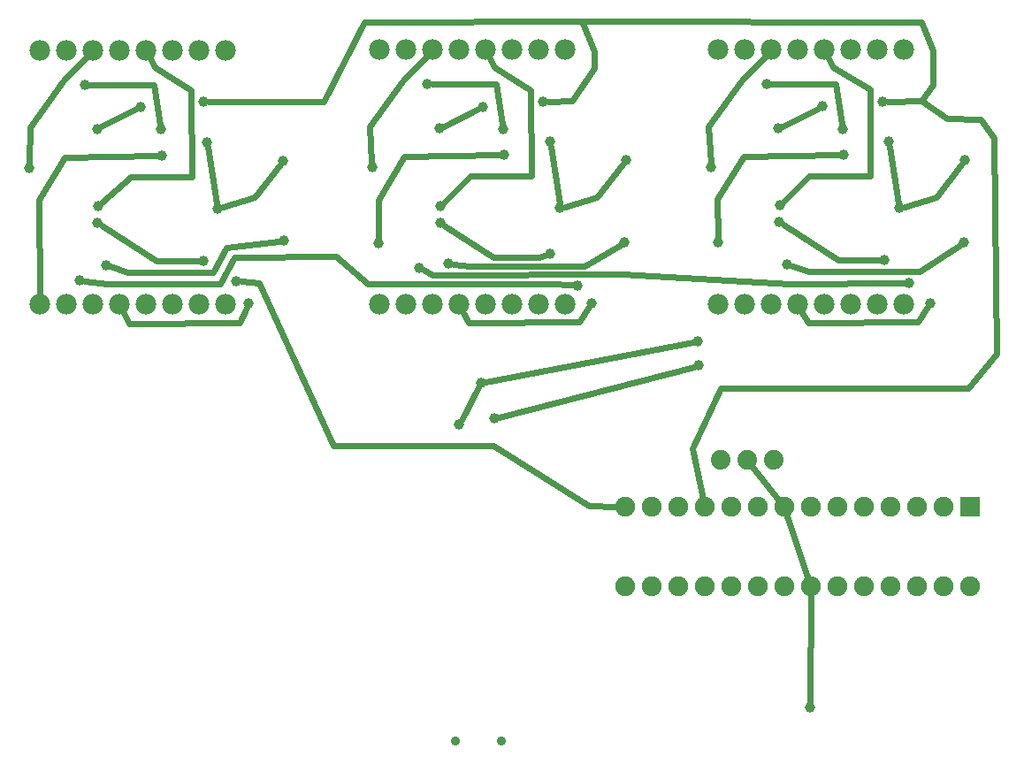
<source format=gbl>
G04 MADE WITH FRITZING*
G04 WWW.FRITZING.ORG*
G04 DOUBLE SIDED*
G04 HOLES PLATED*
G04 CONTOUR ON CENTER OF CONTOUR VECTOR*
%ASAXBY*%
%FSLAX23Y23*%
%MOIN*%
%OFA0B0*%
%SFA1.0B1.0*%
%ADD10C,0.039370*%
%ADD11C,0.075000*%
%ADD12C,0.074000*%
%ADD13C,0.035433*%
%ADD14C,0.078000*%
%ADD15R,0.075000X0.075000*%
%ADD16C,0.024000*%
%LNCOPPER0*%
G90*
G70*
G54D10*
X2641Y1404D03*
X3413Y1604D03*
X3410Y1693D03*
X2510Y1382D03*
X2591Y1538D03*
X1668Y1921D03*
G54D11*
X4434Y1072D03*
X4434Y772D03*
X4334Y1072D03*
X4334Y772D03*
X4234Y1072D03*
X4234Y772D03*
X4134Y1072D03*
X4134Y772D03*
X4034Y1072D03*
X4034Y772D03*
X3934Y1072D03*
X3934Y772D03*
X3834Y1072D03*
X3834Y772D03*
X3734Y1072D03*
X3734Y772D03*
X3634Y1072D03*
X3634Y772D03*
X3534Y1072D03*
X3534Y772D03*
X3434Y1072D03*
X3434Y772D03*
X3334Y1072D03*
X3334Y772D03*
X3234Y1072D03*
X3234Y772D03*
X3134Y1072D03*
X3134Y772D03*
G54D12*
X3596Y1246D03*
X3696Y1246D03*
X3496Y1246D03*
G54D10*
X1080Y1924D03*
X2205Y2065D03*
X3484Y2069D03*
X2956Y1905D03*
X4205Y1914D03*
X2358Y1971D03*
X4106Y2597D03*
X2825Y2597D03*
X1545Y2596D03*
G54D13*
X2496Y187D03*
X2670Y187D03*
G54D10*
X4113Y2000D03*
X2851Y2025D03*
X1544Y1999D03*
X4415Y2376D03*
X3137Y2376D03*
X1845Y2375D03*
X4413Y2067D03*
X3133Y2068D03*
X1847Y2075D03*
X4285Y1839D03*
X3007Y1839D03*
X1716Y1838D03*
X3957Y2397D03*
X2679Y2396D03*
X1388Y2395D03*
X3715Y2143D03*
X2437Y2142D03*
X1145Y2141D03*
X3717Y2206D03*
X2438Y2205D03*
X1147Y2204D03*
X3459Y2350D03*
X2181Y2350D03*
X890Y2349D03*
X3954Y2495D03*
X2675Y2494D03*
X1384Y2493D03*
X3667Y2663D03*
X2388Y2663D03*
X1097Y2662D03*
X3713Y2497D03*
X2435Y2496D03*
X1144Y2495D03*
X3878Y2580D03*
X2600Y2579D03*
X1308Y2578D03*
X4168Y2197D03*
X2890Y2196D03*
X1599Y2195D03*
X4129Y2447D03*
X2851Y2446D03*
X1560Y2445D03*
X3746Y1984D03*
X2470Y1988D03*
X1177Y1982D03*
G54D14*
X4186Y2794D03*
X4086Y2794D03*
X3986Y2794D03*
X3886Y2794D03*
X3786Y2794D03*
X3686Y2794D03*
X3586Y2794D03*
X3486Y2794D03*
X2908Y2793D03*
X2808Y2793D03*
X2708Y2793D03*
X2608Y2793D03*
X2508Y2793D03*
X2408Y2793D03*
X2308Y2793D03*
X2208Y2793D03*
X1628Y2792D03*
X1528Y2792D03*
X1428Y2792D03*
X1328Y2792D03*
X1228Y2792D03*
X1128Y2792D03*
X1028Y2792D03*
X928Y2792D03*
X4186Y1835D03*
X4086Y1835D03*
X3986Y1835D03*
X3886Y1835D03*
X3786Y1835D03*
X3686Y1835D03*
X3586Y1835D03*
X3486Y1835D03*
X2908Y1834D03*
X2808Y1834D03*
X2708Y1834D03*
X2608Y1834D03*
X2508Y1834D03*
X2408Y1834D03*
X2308Y1834D03*
X2208Y1834D03*
X1628Y1833D03*
X1528Y1833D03*
X1428Y1833D03*
X1328Y1833D03*
X1228Y1833D03*
X1128Y1833D03*
X1028Y1833D03*
X928Y1833D03*
G54D10*
X3832Y315D03*
G54D15*
X4434Y1072D03*
G54D16*
X3743Y1045D02*
X3825Y799D01*
D02*
X2659Y1409D02*
X3395Y1599D01*
D02*
X2609Y1541D02*
X3392Y1690D01*
D02*
X2582Y1521D02*
X2519Y1399D01*
D02*
X3388Y1290D02*
X3428Y1100D01*
D02*
X3496Y1518D02*
X3388Y1290D01*
D02*
X4430Y1518D02*
X3496Y1518D01*
D02*
X4535Y1646D02*
X4430Y1518D01*
D02*
X4524Y2460D02*
X4535Y1646D01*
D02*
X4474Y2532D02*
X4524Y2460D01*
D02*
X4349Y2535D02*
X4474Y2532D01*
D02*
X4252Y2601D02*
X4349Y2535D01*
D02*
X3716Y1094D02*
X3613Y1225D01*
D02*
X2638Y1302D02*
X2034Y1302D01*
D02*
X2034Y1302D02*
X1755Y1915D01*
D02*
X2999Y1074D02*
X2638Y1302D01*
D02*
X1755Y1915D02*
X1687Y1920D01*
D02*
X3105Y1072D02*
X2999Y1074D01*
D02*
X2165Y1910D02*
X2046Y2013D01*
D02*
X2046Y2013D02*
X1663Y2011D01*
D02*
X1663Y2011D02*
X1608Y1910D01*
D02*
X1608Y1910D02*
X1183Y1910D01*
D02*
X2847Y1912D02*
X2165Y1910D01*
D02*
X1183Y1910D02*
X1098Y1921D01*
D02*
X2937Y1906D02*
X2847Y1912D01*
D02*
X3756Y1912D02*
X3126Y1946D01*
D02*
X3126Y1946D02*
X2409Y1945D01*
D02*
X2409Y1945D02*
X2374Y1963D01*
D02*
X4186Y1913D02*
X3756Y1912D01*
D02*
X2935Y2600D02*
X3020Y2724D01*
D02*
X3020Y2724D02*
X3017Y2789D01*
D02*
X3017Y2789D02*
X2971Y2900D01*
D02*
X2971Y2900D02*
X2152Y2899D01*
D02*
X2152Y2899D02*
X2000Y2597D01*
D02*
X2000Y2597D02*
X1564Y2596D01*
D02*
X2844Y2598D02*
X2935Y2600D01*
D02*
X4252Y2601D02*
X4125Y2598D01*
D02*
X4296Y2661D02*
X4252Y2601D01*
D02*
X4296Y2790D02*
X4296Y2661D01*
D02*
X4253Y2899D02*
X4296Y2790D01*
D02*
X2971Y2900D02*
X4253Y2899D01*
D02*
X4307Y2237D02*
X4403Y2361D01*
D02*
X3029Y2237D02*
X3125Y2361D01*
D02*
X1738Y2236D02*
X1834Y2360D01*
D02*
X4187Y2202D02*
X4307Y2237D01*
D02*
X2909Y2201D02*
X3029Y2237D01*
D02*
X1617Y2200D02*
X1738Y2236D01*
D02*
X4239Y1767D02*
X3824Y1763D01*
D02*
X2961Y1766D02*
X2546Y1763D01*
D02*
X1681Y1765D02*
X1266Y1762D01*
D02*
X4275Y1823D02*
X4239Y1767D01*
D02*
X2997Y1823D02*
X2961Y1766D01*
D02*
X1707Y1821D02*
X1681Y1765D01*
D02*
X3824Y1763D02*
X3800Y1808D01*
D02*
X2546Y1763D02*
X2522Y1808D01*
D02*
X1266Y1762D02*
X1242Y1807D01*
D02*
X3829Y1956D02*
X3764Y1978D01*
D02*
X2549Y1976D02*
X2489Y1985D01*
D02*
X1260Y1954D02*
X1195Y1976D01*
D02*
X4246Y1958D02*
X3829Y1956D01*
D02*
X2982Y1978D02*
X2549Y1976D01*
D02*
X1582Y1953D02*
X1260Y1954D01*
D02*
X4397Y2056D02*
X4246Y1958D01*
D02*
X3117Y2058D02*
X2982Y1978D01*
D02*
X1632Y2049D02*
X1582Y1953D01*
D02*
X1828Y2072D02*
X1632Y2049D01*
D02*
X3581Y2391D02*
X3483Y2230D01*
D02*
X2303Y2390D02*
X2205Y2229D01*
D02*
X1023Y2389D02*
X925Y2228D01*
D02*
X3483Y2230D02*
X3484Y2088D01*
D02*
X2205Y2229D02*
X2205Y2084D01*
D02*
X925Y2228D02*
X928Y1863D01*
D02*
X3938Y2396D02*
X3581Y2391D01*
D02*
X2660Y2396D02*
X2303Y2390D01*
D02*
X1369Y2395D02*
X1023Y2389D01*
D02*
X2809Y2012D02*
X2833Y2019D01*
D02*
X3937Y2000D02*
X4094Y2000D01*
D02*
X2639Y2010D02*
X2809Y2012D01*
D02*
X1368Y1999D02*
X1525Y1999D01*
D02*
X3731Y2133D02*
X3937Y2000D01*
D02*
X2452Y2132D02*
X2639Y2010D01*
D02*
X1161Y2131D02*
X1368Y1999D01*
D02*
X3829Y2317D02*
X4059Y2317D01*
D02*
X2551Y2316D02*
X2781Y2316D01*
D02*
X1271Y2315D02*
X1501Y2315D01*
D02*
X3730Y2219D02*
X3829Y2317D01*
D02*
X2452Y2219D02*
X2551Y2316D01*
D02*
X1161Y2217D02*
X1271Y2315D01*
D02*
X3920Y2728D02*
X3900Y2767D01*
D02*
X2642Y2728D02*
X2622Y2767D01*
D02*
X1362Y2726D02*
X1342Y2766D01*
D02*
X4057Y2643D02*
X3920Y2728D01*
D02*
X2779Y2642D02*
X2642Y2728D01*
D02*
X1499Y2641D02*
X1362Y2726D01*
D02*
X4059Y2317D02*
X4057Y2643D01*
D02*
X2781Y2316D02*
X2779Y2642D01*
D02*
X1501Y2315D02*
X1499Y2641D01*
D02*
X3458Y2369D02*
X3450Y2504D01*
D02*
X2180Y2369D02*
X2172Y2503D01*
D02*
X890Y2368D02*
X892Y2502D01*
D02*
X3572Y2674D02*
X3666Y2772D01*
D02*
X2294Y2674D02*
X2388Y2772D01*
D02*
X1014Y2673D02*
X1108Y2771D01*
D02*
X3450Y2504D02*
X3572Y2674D01*
D02*
X2172Y2503D02*
X2294Y2674D01*
D02*
X892Y2502D02*
X1014Y2673D01*
D02*
X3928Y2663D02*
X3685Y2663D01*
D02*
X2650Y2663D02*
X2407Y2663D01*
D02*
X1358Y2662D02*
X1116Y2662D01*
D02*
X3951Y2514D02*
X3928Y2663D01*
D02*
X2673Y2513D02*
X2650Y2663D01*
D02*
X1381Y2512D02*
X1358Y2662D01*
D02*
X3730Y2505D02*
X3861Y2571D01*
D02*
X2452Y2505D02*
X2583Y2571D01*
D02*
X1160Y2504D02*
X1291Y2570D01*
D02*
X4165Y2215D02*
X4132Y2428D01*
D02*
X2887Y2215D02*
X2854Y2427D01*
D02*
X1596Y2214D02*
X1563Y2426D01*
D02*
X3832Y334D02*
X3834Y743D01*
G04 End of Copper0*
M02*
</source>
